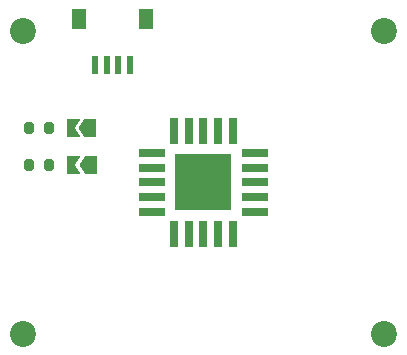
<source format=gbr>
%TF.GenerationSoftware,KiCad,Pcbnew,7.0.11-7.0.11~ubuntu22.04.1*%
%TF.CreationDate,2024-06-13T22:21:10+02:00*%
%TF.ProjectId,schneggi_sensor_kicad7,7363686e-6567-4676-995f-73656e736f72,rev?*%
%TF.SameCoordinates,Original*%
%TF.FileFunction,Soldermask,Top*%
%TF.FilePolarity,Negative*%
%FSLAX46Y46*%
G04 Gerber Fmt 4.6, Leading zero omitted, Abs format (unit mm)*
G04 Created by KiCad (PCBNEW 7.0.11-7.0.11~ubuntu22.04.1) date 2024-06-13 22:21:10*
%MOMM*%
%LPD*%
G01*
G04 APERTURE LIST*
G04 Aperture macros list*
%AMRoundRect*
0 Rectangle with rounded corners*
0 $1 Rounding radius*
0 $2 $3 $4 $5 $6 $7 $8 $9 X,Y pos of 4 corners*
0 Add a 4 corners polygon primitive as box body*
4,1,4,$2,$3,$4,$5,$6,$7,$8,$9,$2,$3,0*
0 Add four circle primitives for the rounded corners*
1,1,$1+$1,$2,$3*
1,1,$1+$1,$4,$5*
1,1,$1+$1,$6,$7*
1,1,$1+$1,$8,$9*
0 Add four rect primitives between the rounded corners*
20,1,$1+$1,$2,$3,$4,$5,0*
20,1,$1+$1,$4,$5,$6,$7,0*
20,1,$1+$1,$6,$7,$8,$9,0*
20,1,$1+$1,$8,$9,$2,$3,0*%
%AMFreePoly0*
4,1,6,1.000000,0.000000,0.500000,-0.750000,-0.500000,-0.750000,-0.500000,0.750000,0.500000,0.750000,1.000000,0.000000,1.000000,0.000000,$1*%
%AMFreePoly1*
4,1,6,0.500000,-0.750000,-0.650000,-0.750000,-0.150000,0.000000,-0.650000,0.750000,0.500000,0.750000,0.500000,-0.750000,0.500000,-0.750000,$1*%
G04 Aperture macros list end*
%ADD10RoundRect,0.200000X0.200000X0.275000X-0.200000X0.275000X-0.200000X-0.275000X0.200000X-0.275000X0*%
%ADD11C,2.200000*%
%ADD12FreePoly0,180.000000*%
%ADD13FreePoly1,180.000000*%
%ADD14R,2.200000X0.800000*%
%ADD15R,0.800000X2.200000*%
%ADD16R,4.800000X4.800000*%
%ADD17R,0.600000X1.550000*%
%ADD18R,1.200000X1.800000*%
G04 APERTURE END LIST*
D10*
%TO.C,R2*%
X4425000Y-13500000D03*
X2775000Y-13500000D03*
%TD*%
%TO.C,R1*%
X4425000Y-10400000D03*
X2775000Y-10400000D03*
%TD*%
D11*
%TO.C,H1*%
X2200000Y-2200000D03*
%TD*%
%TO.C,H4*%
X2200000Y-27800000D03*
%TD*%
%TO.C,H2*%
X32800000Y-2200000D03*
%TD*%
D12*
%TO.C,JP2*%
X7950000Y-13500000D03*
D13*
X6500000Y-13500000D03*
%TD*%
D14*
%TO.C,U1*%
X21850000Y-17500000D03*
X21850000Y-16250000D03*
X21850000Y-15000000D03*
X21850000Y-13750000D03*
X21850000Y-12500000D03*
D15*
X20000000Y-10650000D03*
X18750000Y-10650000D03*
X17500000Y-10650000D03*
X16250000Y-10650000D03*
X15000000Y-10650000D03*
D14*
X13150000Y-12500000D03*
X13150000Y-13750000D03*
X13150000Y-15000000D03*
X13150000Y-16250000D03*
X13150000Y-17500000D03*
D15*
X15000000Y-19350000D03*
X16250000Y-19350000D03*
X17500000Y-19350000D03*
X18750000Y-19350000D03*
X20000000Y-19350000D03*
D16*
X17500000Y-15000000D03*
%TD*%
D11*
%TO.C,H3*%
X32800000Y-27800000D03*
%TD*%
D17*
%TO.C,CN2*%
X11300000Y-5040000D03*
X10300000Y-5040000D03*
X9300000Y-5040000D03*
X8300000Y-5040000D03*
D18*
X7000000Y-1160000D03*
X12600000Y-1160000D03*
%TD*%
D12*
%TO.C,JP1*%
X7925000Y-10400000D03*
D13*
X6475000Y-10400000D03*
%TD*%
M02*

</source>
